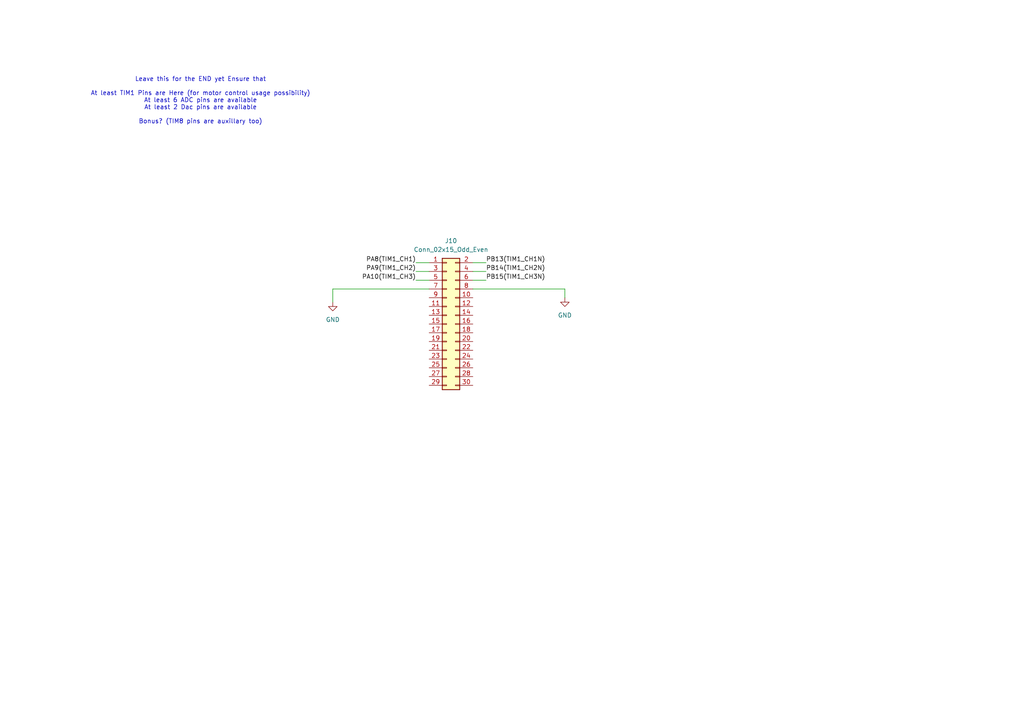
<source format=kicad_sch>
(kicad_sch (version 20250114) (generator "eeschema") (generator_version "9.0")
  (paper "A4")
  (lib_symbols
    (symbol "Connector_Generic:Conn_02x15_Odd_Even" (pin_names (offset 1.016) (hide yes))
      (property "Reference" "J" (at 1.27 20.32 0))
      (property "Value" "Conn_02x15_Odd_Even" (at 1.27 -20.32 0))
      (symbol "Conn_02x15_Odd_Even_1_1"
        (rectangle (start -1.27 19.05) (end 3.81 -19.05) (stroke (width 0.254)) (fill (type background)))
        (rectangle (start -1.27 17.907) (end 0 17.653) (stroke (width 0.1524)))
        (rectangle (start -1.27 15.367) (end 0 15.113) (stroke (width 0.1524)))
        (rectangle (start -1.27 12.827) (end 0 12.573) (stroke (width 0.1524)))
        (rectangle (start -1.27 10.287) (end 0 10.033) (stroke (width 0.1524)))
        (rectangle (start -1.27 7.747) (end 0 7.493) (stroke (width 0.1524)))
        (rectangle (start -1.27 5.207) (end 0 4.953) (stroke (width 0.1524)))
        (rectangle (start -1.27 2.667) (end 0 2.413) (stroke (width 0.1524)))
        (rectangle (start -1.27 0.127) (end 0 -0.127) (stroke (width 0.1524)))
        (rectangle (start -1.27 -2.413) (end 0 -2.667) (stroke (width 0.1524)))
        (rectangle (start -1.27 -4.953) (end 0 -5.207) (stroke (width 0.1524)))
        (rectangle (start -1.27 -7.493) (end 0 -7.747) (stroke (width 0.1524)))
        (rectangle (start -1.27 -10.033) (end 0 -10.287) (stroke (width 0.1524)))
        (rectangle (start -1.27 -12.573) (end 0 -12.827) (stroke (width 0.1524)))
        (rectangle (start -1.27 -15.113) (end 0 -15.367) (stroke (width 0.1524)))
        (rectangle (start -1.27 -17.653) (end 0 -17.907) (stroke (width 0.1524)))
        (rectangle (start 3.81 17.907) (end 2.54 17.653) (stroke (width 0.1524)))
        (rectangle (start 3.81 15.367) (end 2.54 15.113) (stroke (width 0.1524)))
        (rectangle (start 3.81 12.827) (end 2.54 12.573) (stroke (width 0.1524)))
        (rectangle (start 3.81 10.287) (end 2.54 10.033) (stroke (width 0.1524)))
        (rectangle (start 3.81 7.747) (end 2.54 7.493) (stroke (width 0.1524)))
        (rectangle (start 3.81 5.207) (end 2.54 4.953) (stroke (width 0.1524)))
        (rectangle (start 3.81 2.667) (end 2.54 2.413) (stroke (width 0.1524)))
        (rectangle (start 3.81 0.127) (end 2.54 -0.127) (stroke (width 0.1524)))
        (rectangle (start 3.81 -2.413) (end 2.54 -2.667) (stroke (width 0.1524)))
        (rectangle (start 3.81 -4.953) (end 2.54 -5.207) (stroke (width 0.1524)))
        (rectangle (start 3.81 -7.493) (end 2.54 -7.747) (stroke (width 0.1524)))
        (rectangle (start 3.81 -10.033) (end 2.54 -10.287) (stroke (width 0.1524)))
        (rectangle (start 3.81 -12.573) (end 2.54 -12.827) (stroke (width 0.1524)))
        (rectangle (start 3.81 -15.113) (end 2.54 -15.367) (stroke (width 0.1524)))
        (rectangle (start 3.81 -17.653) (end 2.54 -17.907) (stroke (width 0.1524)))
        (pin passive line (at -5.08 17.78 0) (length 3.81) (name "Pin_1") (number "1"))
        (pin passive line (at -5.08 15.24 0) (length 3.81) (name "Pin_3") (number "3"))
        (pin passive line (at -5.08 12.7 0) (length 3.81) (name "Pin_5") (number "5"))
        (pin passive line (at -5.08 10.16 0) (length 3.81) (name "Pin_7") (number "7"))
        (pin passive line (at -5.08 7.62 0) (length 3.81) (name "Pin_9") (number "9"))
        (pin passive line (at -5.08 5.08 0) (length 3.81) (name "Pin_11") (number "11"))
        (pin passive line (at -5.08 2.54 0) (length 3.81) (name "Pin_13") (number "13"))
        (pin passive line (at -5.08 0 0) (length 3.81) (name "Pin_15") (number "15"))
        (pin passive line (at -5.08 -2.54 0) (length 3.81) (name "Pin_17") (number "17"))
        (pin passive line (at -5.08 -5.08 0) (length 3.81) (name "Pin_19") (number "19"))
        (pin passive line (at -5.08 -7.62 0) (length 3.81) (name "Pin_21") (number "21"))
        (pin passive line (at -5.08 -10.16 0) (length 3.81) (name "Pin_23") (number "23"))
        (pin passive line (at -5.08 -12.7 0) (length 3.81) (name "Pin_25") (number "25"))
        (pin passive line (at -5.08 -15.24 0) (length 3.81) (name "Pin_27") (number "27"))
        (pin passive line (at -5.08 -17.78 0) (length 3.81) (name "Pin_29") (number "29"))
        (pin passive line (at 7.62 17.78 180) (length 3.81) (name "Pin_2") (number "2"))
        (pin passive line (at 7.62 15.24 180) (length 3.81) (name "Pin_4") (number "4"))
        (pin passive line (at 7.62 12.7 180) (length 3.81) (name "Pin_6") (number "6"))
        (pin passive line (at 7.62 10.16 180) (length 3.81) (name "Pin_8") (number "8"))
        (pin passive line (at 7.62 7.62 180) (length 3.81) (name "Pin_10") (number "10"))
        (pin passive line (at 7.62 5.08 180) (length 3.81) (name "Pin_12") (number "12"))
        (pin passive line (at 7.62 2.54 180) (length 3.81) (name "Pin_14") (number "14"))
        (pin passive line (at 7.62 0 180) (length 3.81) (name "Pin_16") (number "16"))
        (pin passive line (at 7.62 -2.54 180) (length 3.81) (name "Pin_18") (number "18"))
        (pin passive line (at 7.62 -5.08 180) (length 3.81) (name "Pin_20") (number "20"))
        (pin passive line (at 7.62 -7.62 180) (length 3.81) (name "Pin_22") (number "22"))
        (pin passive line (at 7.62 -10.16 180) (length 3.81) (name "Pin_24") (number "24"))
        (pin passive line (at 7.62 -12.7 180) (length 3.81) (name "Pin_26") (number "26"))
        (pin passive line (at 7.62 -15.24 180) (length 3.81) (name "Pin_28") (number "28"))
        (pin passive line (at 7.62 -17.78 180) (length 3.81) (name "Pin_30") (number "30"))
      )
    )
    (symbol "power:GND" (power) (pin_numbers (hide yes)) (pin_names (offset 0) (hide yes))
      (property "Value" "GND" (at 0 -3.81 0))
      (symbol "GND_0_1"
        (polyline (pts (xy 0 0) (xy 0 -1.27) (xy 1.27 -1.27) (xy 0 -2.54) (xy -1.27 -1.27) (xy 0 -1.27)))
      )
      (symbol "GND_1_1"
        (pin power_in line (at 0 0 270) (length 0) (name "~") (number "1"))
      )
    )
  )
  (text "Leave this for the END yet Ensure that\n\nAt least TIM1 Pins are Here (for motor control usage possibility)\nAt least 6 ADC pins are available\nAt least 2 Dac pins are available\n\nBonus? (TIM8 pins are auxillary too)" (at 58.166 29.21 0) (effects (font (size 1.27 1.27))))
  (wire (pts (xy 163.83 86.36) (xy 163.83 83.82)))
  (wire (pts (xy 163.83 83.82) (xy 137.16 83.82)))
  (wire (pts (xy 124.46 83.82) (xy 96.52 83.82)))
  (wire (pts (xy 120.65 78.74) (xy 124.46 78.74)))
  (wire (pts (xy 137.16 78.74) (xy 140.97 78.74)))
  (wire (pts (xy 120.65 76.2) (xy 124.46 76.2)))
  (wire (pts (xy 137.16 76.2) (xy 140.97 76.2)))
  (wire (pts (xy 137.16 81.28) (xy 140.97 81.28)))
  (wire (pts (xy 96.52 83.82) (xy 96.52 87.63)))
  (wire (pts (xy 120.65 81.28) (xy 124.46 81.28)))
  (label "PB14(TIM1_CH2N)" (at 140.97 78.74 0))
  (label "PA9(TIM1_CH2)" (at 120.65 78.74 180))
  (label "PA10(TIM1_CH3)" (at 120.65 81.28 180))
  (label "PB13(TIM1_CH1N)" (at 140.97 76.2 0))
  (label "PA8(TIM1_CH1)" (at 120.65 76.2 180))
  (label "PB15(TIM1_CH3N)" (at 140.97 81.28 0))
  (symbol (lib_id "power:GND") (at 96.52 87.63 0) (unit 1)
    (property "Reference" "#PWR035" (effects (hide yes)))
    (property "Value" "GND" (at 96.52 92.71 0))
    (property "Description" "Power symbol creates a global label with name \"GND\" , ground" (effects (hide yes)))
  )
  (symbol (lib_id "power:GND") (at 163.83 86.36 0) (unit 1)
    (property "Reference" "#PWR036" (effects (hide yes)))
    (property "Value" "GND" (at 163.83 91.44 0))
    (property "Description" "Power symbol creates a global label with name \"GND\" , ground" (effects (hide yes)))
  )
  (symbol (lib_id "Connector_Generic:Conn_02x15_Odd_Even") (at 129.54 93.98 0) (unit 1)
    (property "Reference" "J10" (at 130.81 69.85 0))
    (property "Value" "Conn_02x15_Odd_Even" (at 130.81 72.39 0))
    (property "Description" "Generic connector, double row, 02x15, odd/even pin numbering scheme (row 1 odd numbers, row 2 even numbers), script generated (kicad-library-utils/schlib/autogen/connector/)" (effects (hide yes)))
  )
)
</source>
